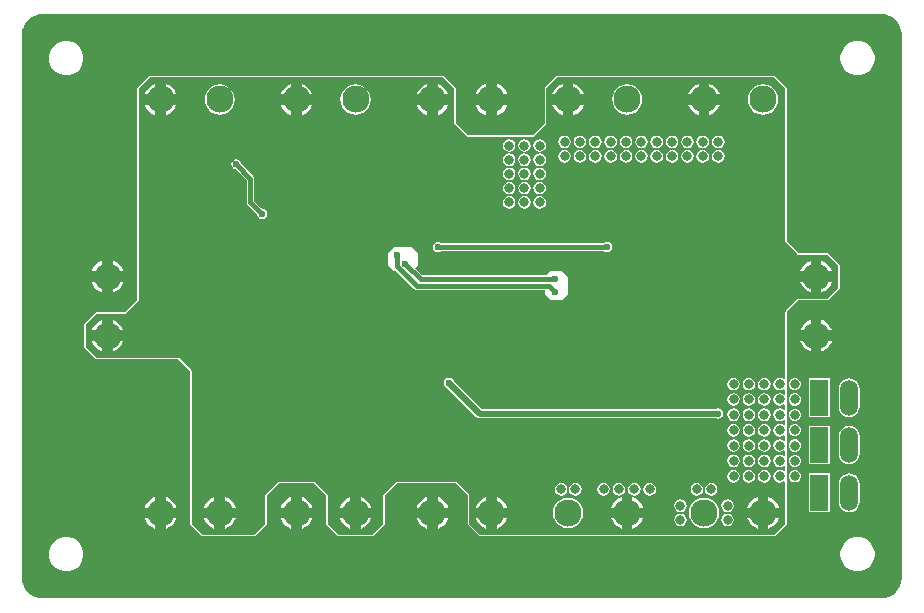
<source format=gbl>
G04*
G04 #@! TF.GenerationSoftware,Altium Limited,Altium Designer,21.9.2 (33)*
G04*
G04 Layer_Physical_Order=4*
G04 Layer_Color=16711680*
%FSLAX25Y25*%
%MOIN*%
G70*
G04*
G04 #@! TF.SameCoordinates,4B28BFC6-66F2-4CE6-BA62-AB5105B5E065*
G04*
G04*
G04 #@! TF.FilePolarity,Positive*
G04*
G01*
G75*
%ADD54C,0.02000*%
%ADD55C,0.01500*%
%ADD57R,0.05937X0.11874*%
%ADD58O,0.05937X0.11874*%
%ADD59C,0.09055*%
%ADD60C,0.03150*%
%ADD61C,0.02362*%
G36*
X288739Y195702D02*
X290026Y195311D01*
X291211Y194678D01*
X292250Y193825D01*
X293103Y192786D01*
X293737Y191601D01*
X294127Y190314D01*
X294258Y188985D01*
X294256Y188976D01*
Y7874D01*
X294258Y7865D01*
X294127Y6536D01*
X293737Y5250D01*
X293103Y4064D01*
X292250Y3025D01*
X291211Y2173D01*
X290026Y1539D01*
X288739Y1149D01*
X287410Y1018D01*
X287402Y1020D01*
X7874D01*
X7865Y1018D01*
X6536Y1149D01*
X5250Y1539D01*
X4064Y2173D01*
X3025Y3025D01*
X2173Y4064D01*
X1539Y5250D01*
X1149Y6536D01*
X1018Y7865D01*
X1020Y7874D01*
Y188976D01*
X1018Y188985D01*
X1149Y190314D01*
X1539Y191601D01*
X2173Y192786D01*
X3025Y193825D01*
X4064Y194678D01*
X5250Y195311D01*
X6536Y195702D01*
X7865Y195833D01*
X7874Y195831D01*
X287402D01*
X287410Y195833D01*
X288739Y195702D01*
D02*
G37*
%LPC*%
G36*
X280279Y186811D02*
X278776D01*
X277324Y186422D01*
X276022Y185670D01*
X274959Y184608D01*
X274208Y183306D01*
X273819Y181854D01*
Y180351D01*
X274208Y178899D01*
X274959Y177597D01*
X276022Y176534D01*
X277324Y175783D01*
X278776Y175394D01*
X280279D01*
X281731Y175783D01*
X283033Y176534D01*
X284096Y177597D01*
X284847Y178899D01*
X285236Y180351D01*
Y181854D01*
X284847Y183306D01*
X284096Y184608D01*
X283033Y185670D01*
X281731Y186422D01*
X280279Y186811D01*
D02*
G37*
G36*
X16500D02*
X14997D01*
X13545Y186422D01*
X12243Y185670D01*
X11180Y184608D01*
X10428Y183306D01*
X10039Y181854D01*
Y180351D01*
X10428Y178899D01*
X11180Y177597D01*
X12243Y176534D01*
X13545Y175783D01*
X14997Y175394D01*
X16500D01*
X17952Y175783D01*
X19253Y176534D01*
X20316Y177597D01*
X21068Y178899D01*
X21457Y180351D01*
Y181854D01*
X21068Y183306D01*
X20316Y184608D01*
X19253Y185670D01*
X17952Y186422D01*
X16500Y186811D01*
D02*
G37*
G36*
X159230Y172576D02*
Y169073D01*
X162734D01*
X162631Y169456D01*
X161904Y170717D01*
X160874Y171746D01*
X159614Y172474D01*
X159230Y172576D01*
D02*
G37*
G36*
X155730D02*
X155347Y172474D01*
X154086Y171746D01*
X153057Y170717D01*
X152329Y169456D01*
X152227Y169073D01*
X155730D01*
Y172576D01*
D02*
G37*
G36*
X162734Y165573D02*
X159230D01*
Y162069D01*
X159614Y162172D01*
X160874Y162900D01*
X161904Y163929D01*
X162631Y165189D01*
X162734Y165573D01*
D02*
G37*
G36*
X155730D02*
X152227D01*
X152329Y165189D01*
X153057Y163929D01*
X154086Y162900D01*
X155347Y162172D01*
X155730Y162069D01*
Y165573D01*
D02*
G37*
G36*
X251969Y175197D02*
X179134D01*
X175197Y171260D01*
Y159449D01*
X171260Y155512D01*
X149606D01*
X145669Y159449D01*
Y171260D01*
X141732Y175197D01*
X43307D01*
X39370Y171260D01*
Y100394D01*
X35433Y96457D01*
X25591D01*
X21654Y92520D01*
Y84646D01*
X25591Y80709D01*
X53150D01*
X57087Y76772D01*
Y44094D01*
Y25591D01*
X61024Y21654D01*
X78740D01*
X82677Y25591D01*
Y35433D01*
X86614Y39370D01*
X98425D01*
X102362Y35433D01*
Y25591D01*
X106299Y21654D01*
X118110D01*
X122047Y25591D01*
Y35433D01*
X125984Y39370D01*
X145669D01*
X149606Y35433D01*
Y25591D01*
X153543Y21654D01*
X251969D01*
X255906Y25591D01*
Y96457D01*
X259842Y100394D01*
X269685D01*
X273622Y104331D01*
Y112205D01*
X269685Y116142D01*
X259842D01*
X255906Y120079D01*
Y171260D01*
X251969Y175197D01*
D02*
G37*
G36*
X31278Y113521D02*
Y110018D01*
X34781D01*
X34678Y110401D01*
X33951Y111662D01*
X32922Y112691D01*
X31661Y113419D01*
X31278Y113521D01*
D02*
G37*
G36*
X27778D02*
X27394Y113419D01*
X26134Y112691D01*
X25104Y111662D01*
X24377Y110401D01*
X24274Y110018D01*
X27778D01*
Y113521D01*
D02*
G37*
G36*
X34781Y106518D02*
X31278D01*
Y103014D01*
X31661Y103117D01*
X32922Y103845D01*
X33951Y104874D01*
X34678Y106134D01*
X34781Y106518D01*
D02*
G37*
G36*
X27778D02*
X24274D01*
X24377Y106134D01*
X25104Y104874D01*
X26134Y103845D01*
X27394Y103117D01*
X27778Y103014D01*
Y106518D01*
D02*
G37*
G36*
X267498Y93836D02*
Y90333D01*
X271002D01*
X270899Y90716D01*
X270171Y91977D01*
X269142Y93006D01*
X267882Y93734D01*
X267498Y93836D01*
D02*
G37*
G36*
X263998Y93836D02*
X263615Y93734D01*
X262354Y93006D01*
X261325Y91977D01*
X260597Y90716D01*
X260494Y90333D01*
X263998D01*
Y93836D01*
D02*
G37*
G36*
X271002Y86833D02*
X267498D01*
Y83329D01*
X267882Y83432D01*
X269142Y84159D01*
X270171Y85189D01*
X270899Y86449D01*
X271002Y86833D01*
D02*
G37*
G36*
X263998D02*
X260494D01*
X260597Y86449D01*
X261325Y85189D01*
X262354Y84159D01*
X263615Y83432D01*
X263998Y83329D01*
Y86833D01*
D02*
G37*
G36*
X259074Y74516D02*
X258249D01*
X257486Y74200D01*
X256903Y73616D01*
X256587Y72854D01*
Y72028D01*
X256903Y71266D01*
X257486Y70682D01*
X258249Y70366D01*
X259074D01*
X259837Y70682D01*
X260420Y71266D01*
X260736Y72028D01*
Y72854D01*
X260420Y73616D01*
X259837Y74200D01*
X259074Y74516D01*
D02*
G37*
G36*
X259074Y69398D02*
X258249D01*
X257486Y69082D01*
X256903Y68498D01*
X256587Y67736D01*
Y66910D01*
X256903Y66148D01*
X257486Y65564D01*
X258249Y65248D01*
X259074D01*
X259837Y65564D01*
X260420Y66148D01*
X260736Y66910D01*
Y67736D01*
X260420Y68498D01*
X259837Y69082D01*
X259074Y69398D01*
D02*
G37*
G36*
X270201Y74350D02*
X263264D01*
Y61476D01*
X270201D01*
Y74350D01*
D02*
G37*
G36*
X276732Y74380D02*
X275827Y74261D01*
X274983Y73912D01*
X274258Y73356D01*
X273703Y72631D01*
X273353Y71787D01*
X273234Y70882D01*
Y64945D01*
X273353Y64039D01*
X273703Y63196D01*
X274258Y62471D01*
X274983Y61915D01*
X275827Y61566D01*
X276732Y61446D01*
X277638Y61566D01*
X278482Y61915D01*
X279206Y62471D01*
X279762Y63196D01*
X280112Y64039D01*
X280231Y64945D01*
Y70882D01*
X280112Y71787D01*
X279762Y72631D01*
X279206Y73356D01*
X278482Y73912D01*
X277638Y74261D01*
X276732Y74380D01*
D02*
G37*
G36*
X259074Y64280D02*
X258249D01*
X257486Y63964D01*
X256903Y63380D01*
X256587Y62617D01*
Y61792D01*
X256903Y61029D01*
X257486Y60446D01*
X258249Y60130D01*
X259074D01*
X259837Y60446D01*
X260420Y61029D01*
X260736Y61792D01*
Y62617D01*
X260420Y63380D01*
X259837Y63964D01*
X259074Y64280D01*
D02*
G37*
G36*
X259074Y59161D02*
X258249D01*
X257486Y58846D01*
X256903Y58262D01*
X256587Y57499D01*
Y56674D01*
X256903Y55911D01*
X257486Y55328D01*
X258249Y55012D01*
X259074D01*
X259837Y55328D01*
X260420Y55911D01*
X260736Y56674D01*
Y57499D01*
X260420Y58262D01*
X259837Y58846D01*
X259074Y59161D01*
D02*
G37*
G36*
X259074Y54043D02*
X258249D01*
X257486Y53727D01*
X256903Y53144D01*
X256587Y52381D01*
Y51556D01*
X256903Y50793D01*
X257486Y50210D01*
X258249Y49894D01*
X259074D01*
X259837Y50210D01*
X260420Y50793D01*
X260736Y51556D01*
Y52381D01*
X260420Y53144D01*
X259837Y53727D01*
X259074Y54043D01*
D02*
G37*
G36*
X270201Y58602D02*
X263264D01*
Y45728D01*
X270201D01*
Y58602D01*
D02*
G37*
G36*
X276732Y58632D02*
X275827Y58513D01*
X274983Y58164D01*
X274258Y57608D01*
X273703Y56883D01*
X273353Y56039D01*
X273234Y55134D01*
Y49197D01*
X273353Y48291D01*
X273703Y47448D01*
X274258Y46723D01*
X274983Y46167D01*
X275827Y45818D01*
X276732Y45698D01*
X277638Y45818D01*
X278482Y46167D01*
X279206Y46723D01*
X279762Y47448D01*
X280112Y48291D01*
X280231Y49197D01*
Y55134D01*
X280112Y56039D01*
X279762Y56883D01*
X279206Y57608D01*
X278482Y58164D01*
X277638Y58513D01*
X276732Y58632D01*
D02*
G37*
G36*
X259074Y48925D02*
X258249D01*
X257486Y48609D01*
X256903Y48026D01*
X256587Y47263D01*
Y46438D01*
X256903Y45675D01*
X257486Y45092D01*
X258249Y44776D01*
X259074D01*
X259837Y45092D01*
X260420Y45675D01*
X260736Y46438D01*
Y47263D01*
X260420Y48026D01*
X259837Y48609D01*
X259074Y48925D01*
D02*
G37*
G36*
X259074Y43807D02*
X258249D01*
X257486Y43491D01*
X256903Y42908D01*
X256587Y42145D01*
Y41320D01*
X256903Y40557D01*
X257486Y39973D01*
X258249Y39658D01*
X259074D01*
X259837Y39973D01*
X260420Y40557D01*
X260736Y41320D01*
Y42145D01*
X260420Y42908D01*
X259837Y43491D01*
X259074Y43807D01*
D02*
G37*
G36*
X139545Y34781D02*
Y31278D01*
X143049D01*
X142946Y31661D01*
X142218Y32922D01*
X141189Y33951D01*
X139929Y34678D01*
X139545Y34781D01*
D02*
G37*
G36*
X136045D02*
X135662Y34678D01*
X134401Y33951D01*
X133372Y32922D01*
X132644Y31661D01*
X132542Y31278D01*
X136045D01*
Y34781D01*
D02*
G37*
G36*
X94270D02*
Y31278D01*
X97773D01*
X97671Y31661D01*
X96943Y32922D01*
X95914Y33951D01*
X94653Y34678D01*
X94270Y34781D01*
D02*
G37*
G36*
X90770D02*
X90386Y34678D01*
X89126Y33951D01*
X88096Y32922D01*
X87369Y31661D01*
X87266Y31278D01*
X90770D01*
Y34781D01*
D02*
G37*
G36*
X48994D02*
Y31278D01*
X52498D01*
X52395Y31661D01*
X51667Y32922D01*
X50638Y33951D01*
X49378Y34678D01*
X48994Y34781D01*
D02*
G37*
G36*
X45494D02*
X45110Y34678D01*
X43850Y33951D01*
X42821Y32922D01*
X42093Y31661D01*
X41990Y31278D01*
X45494D01*
Y34781D01*
D02*
G37*
G36*
X270240Y42658D02*
X263303D01*
Y29783D01*
X270240D01*
Y42658D01*
D02*
G37*
G36*
X276772Y42687D02*
X275866Y42568D01*
X275022Y42219D01*
X274298Y41663D01*
X273742Y40938D01*
X273392Y40094D01*
X273273Y39189D01*
Y33252D01*
X273392Y32346D01*
X273742Y31503D01*
X274298Y30778D01*
X275022Y30222D01*
X275866Y29873D01*
X276772Y29754D01*
X277677Y29873D01*
X278521Y30222D01*
X279245Y30778D01*
X279801Y31503D01*
X280151Y32346D01*
X280270Y33252D01*
Y39189D01*
X280151Y40094D01*
X279801Y40938D01*
X279245Y41663D01*
X278521Y42219D01*
X277677Y42568D01*
X276772Y42687D01*
D02*
G37*
G36*
X143049Y27778D02*
X139545D01*
Y24274D01*
X139929Y24377D01*
X141189Y25104D01*
X142218Y26134D01*
X142946Y27394D01*
X143049Y27778D01*
D02*
G37*
G36*
X136045D02*
X132542D01*
X132644Y27394D01*
X133372Y26134D01*
X134401Y25104D01*
X135662Y24377D01*
X136045Y24274D01*
Y27778D01*
D02*
G37*
G36*
X97773D02*
X94270D01*
Y24274D01*
X94653Y24377D01*
X95914Y25104D01*
X96943Y26134D01*
X97671Y27394D01*
X97773Y27778D01*
D02*
G37*
G36*
X90770D02*
X87266D01*
X87369Y27394D01*
X88096Y26134D01*
X89126Y25104D01*
X90386Y24377D01*
X90770Y24274D01*
Y27778D01*
D02*
G37*
G36*
X52498D02*
X48994D01*
Y24274D01*
X49378Y24377D01*
X50638Y25104D01*
X51667Y26134D01*
X52395Y27394D01*
X52498Y27778D01*
D02*
G37*
G36*
X45494D02*
X41990D01*
X42093Y27394D01*
X42821Y26134D01*
X43850Y25104D01*
X45110Y24377D01*
X45494Y24274D01*
Y27778D01*
D02*
G37*
G36*
X280279Y21457D02*
X278776D01*
X277324Y21068D01*
X276022Y20316D01*
X274959Y19253D01*
X274208Y17952D01*
X273819Y16500D01*
Y14997D01*
X274208Y13545D01*
X274959Y12243D01*
X276022Y11180D01*
X277324Y10428D01*
X278776Y10039D01*
X280279D01*
X281731Y10428D01*
X283033Y11180D01*
X284096Y12243D01*
X284847Y13545D01*
X285236Y14997D01*
Y16500D01*
X284847Y17952D01*
X284096Y19253D01*
X283033Y20316D01*
X281731Y21068D01*
X280279Y21457D01*
D02*
G37*
G36*
X16500D02*
X14997D01*
X13545Y21068D01*
X12243Y20316D01*
X11180Y19253D01*
X10428Y17952D01*
X10039Y16500D01*
Y14997D01*
X10428Y13545D01*
X11180Y12243D01*
X12243Y11180D01*
X13545Y10428D01*
X14997Y10039D01*
X16500D01*
X17952Y10428D01*
X19253Y11180D01*
X20316Y12243D01*
X21068Y13545D01*
X21457Y14997D01*
Y16500D01*
X21068Y17952D01*
X20316Y19253D01*
X19253Y20316D01*
X17952Y21068D01*
X16500Y21457D01*
D02*
G37*
%LPD*%
G36*
X255364Y171036D02*
Y120079D01*
X255523Y119696D01*
X255523Y119696D01*
X259460Y115759D01*
X259842Y115601D01*
X259842Y115601D01*
X269461D01*
X273081Y111980D01*
Y104555D01*
X269461Y100935D01*
X259842D01*
X259460Y100776D01*
X259460Y100776D01*
X255523Y96839D01*
X255364Y96457D01*
X255364Y96457D01*
Y74282D01*
X254864Y74054D01*
X254353Y74395D01*
X253543Y74556D01*
X252734Y74395D01*
X252047Y73937D01*
X251589Y73251D01*
X251428Y72441D01*
X251589Y71631D01*
X252047Y70945D01*
X252734Y70486D01*
X253543Y70325D01*
X254353Y70486D01*
X254864Y70828D01*
X255364Y70600D01*
Y69164D01*
X254864Y68936D01*
X254353Y69277D01*
X253543Y69438D01*
X252734Y69277D01*
X252047Y68819D01*
X251589Y68132D01*
X251428Y67323D01*
X251589Y66513D01*
X252047Y65827D01*
X252734Y65368D01*
X253543Y65207D01*
X254353Y65368D01*
X254864Y65710D01*
X255364Y65482D01*
Y64046D01*
X254864Y63817D01*
X254353Y64159D01*
X253543Y64320D01*
X252734Y64159D01*
X252047Y63701D01*
X251589Y63014D01*
X251428Y62205D01*
X251589Y61395D01*
X252047Y60709D01*
X252734Y60250D01*
X253543Y60089D01*
X254353Y60250D01*
X254864Y60592D01*
X255364Y60364D01*
Y58927D01*
X254864Y58699D01*
X254353Y59041D01*
X253543Y59202D01*
X252734Y59041D01*
X252047Y58583D01*
X251589Y57896D01*
X251428Y57087D01*
X251589Y56277D01*
X252047Y55591D01*
X252734Y55132D01*
X253543Y54971D01*
X254353Y55132D01*
X254864Y55474D01*
X255364Y55246D01*
Y53809D01*
X254864Y53581D01*
X254353Y53923D01*
X253543Y54084D01*
X252734Y53923D01*
X252047Y53464D01*
X251589Y52778D01*
X251428Y51968D01*
X251589Y51159D01*
X252047Y50473D01*
X252734Y50014D01*
X253543Y49853D01*
X254353Y50014D01*
X254864Y50356D01*
X255364Y50128D01*
Y48691D01*
X254864Y48463D01*
X254353Y48805D01*
X253543Y48966D01*
X252734Y48805D01*
X252047Y48346D01*
X251589Y47660D01*
X251428Y46850D01*
X251589Y46041D01*
X252047Y45355D01*
X252734Y44896D01*
X253543Y44735D01*
X254353Y44896D01*
X254864Y45238D01*
X255364Y45010D01*
Y43573D01*
X254864Y43345D01*
X254353Y43687D01*
X253543Y43848D01*
X252734Y43687D01*
X252047Y43228D01*
X251589Y42542D01*
X251428Y41732D01*
X251589Y40923D01*
X252047Y40236D01*
X252734Y39778D01*
X253543Y39617D01*
X254353Y39778D01*
X254864Y40120D01*
X255364Y39892D01*
Y25815D01*
X251744Y22195D01*
X153768D01*
X150147Y25815D01*
Y35433D01*
X149989Y35816D01*
X149989Y35816D01*
X146052Y39753D01*
X145669Y39911D01*
X145669Y39911D01*
X125984D01*
X125602Y39753D01*
X125601Y39753D01*
X121665Y35816D01*
X121506Y35433D01*
X121506Y35433D01*
Y25815D01*
X117886Y22195D01*
X106523D01*
X102903Y25815D01*
Y35433D01*
X102903Y35433D01*
X102745Y35816D01*
X98808Y39753D01*
X98425Y39911D01*
X98425Y39911D01*
X86614D01*
X86614Y39911D01*
X86231Y39753D01*
X82294Y35816D01*
X82136Y35433D01*
X82136Y35433D01*
Y25815D01*
X78516Y22195D01*
X61248D01*
X57628Y25815D01*
Y44094D01*
Y76772D01*
X57469Y77154D01*
X57469Y77154D01*
X53532Y81091D01*
X53150Y81250D01*
X53150Y81250D01*
X25815D01*
X22195Y84870D01*
Y92295D01*
X25815Y95916D01*
X35433D01*
X35433Y95916D01*
X35816Y96074D01*
X39753Y100011D01*
X39911Y100394D01*
X39911Y100394D01*
Y171036D01*
X43531Y174656D01*
X141508D01*
X145128Y171036D01*
Y159449D01*
X145287Y159066D01*
X145287Y159066D01*
X149224Y155129D01*
X149606Y154971D01*
X149606Y154971D01*
X171260D01*
X171642Y155129D01*
X171642Y155129D01*
X175580Y159066D01*
X175738Y159449D01*
X175738Y159449D01*
Y171036D01*
X179358Y174656D01*
X251744D01*
X255364Y171036D01*
D02*
G37*
%LPC*%
G36*
X184821Y172581D02*
Y169073D01*
X188329D01*
X187899Y170110D01*
X187013Y171265D01*
X185859Y172151D01*
X184821Y172581D01*
D02*
G37*
G36*
X139545Y172581D02*
Y169073D01*
X143053D01*
X142624Y170110D01*
X141738Y171265D01*
X140583Y172151D01*
X139545Y172581D01*
D02*
G37*
G36*
X230097D02*
Y169073D01*
X233605D01*
X233175Y170110D01*
X232289Y171265D01*
X231134Y172151D01*
X230097Y172581D01*
D02*
G37*
G36*
X94270D02*
Y169073D01*
X97778D01*
X97348Y170110D01*
X96462Y171265D01*
X95307Y172151D01*
X94270Y172581D01*
D02*
G37*
G36*
X48994D02*
Y169073D01*
X52502D01*
X52072Y170110D01*
X51186Y171265D01*
X50032Y172151D01*
X48994Y172581D01*
D02*
G37*
G36*
X136045D02*
X135008Y172151D01*
X133853Y171265D01*
X132967Y170110D01*
X132537Y169073D01*
X136045D01*
Y172581D01*
D02*
G37*
G36*
X226596D02*
X225559Y172151D01*
X224404Y171265D01*
X223518Y170110D01*
X223088Y169073D01*
X226596D01*
Y172581D01*
D02*
G37*
G36*
X90770D02*
X89732Y172151D01*
X88577Y171265D01*
X87691Y170110D01*
X87262Y169073D01*
X90770D01*
Y172581D01*
D02*
G37*
G36*
X45494D02*
X44456Y172151D01*
X43302Y171265D01*
X42416Y170110D01*
X41986Y169073D01*
X45494D01*
Y172581D01*
D02*
G37*
G36*
X181321Y172581D02*
X180283Y172151D01*
X179129Y171265D01*
X178243Y170110D01*
X177813Y169073D01*
X181321D01*
Y172581D01*
D02*
G37*
G36*
X248031Y172394D02*
X246719Y172221D01*
X245496Y171714D01*
X244446Y170908D01*
X243640Y169858D01*
X243133Y168635D01*
X242961Y167323D01*
X243133Y166010D01*
X243640Y164787D01*
X244446Y163737D01*
X245496Y162931D01*
X246719Y162425D01*
X248031Y162252D01*
X249344Y162425D01*
X250567Y162931D01*
X251617Y163737D01*
X252423Y164787D01*
X252930Y166010D01*
X253102Y167323D01*
X252930Y168635D01*
X252423Y169858D01*
X251617Y170908D01*
X250567Y171714D01*
X249344Y172221D01*
X248031Y172394D01*
D02*
G37*
G36*
X202756D02*
X201444Y172221D01*
X200220Y171714D01*
X199170Y170908D01*
X198364Y169858D01*
X197858Y168635D01*
X197685Y167323D01*
X197858Y166010D01*
X198364Y164787D01*
X199170Y163737D01*
X200220Y162931D01*
X201444Y162425D01*
X202756Y162252D01*
X204068Y162425D01*
X205291Y162931D01*
X206342Y163737D01*
X207148Y164787D01*
X207654Y166010D01*
X207827Y167323D01*
X207654Y168635D01*
X207148Y169858D01*
X206342Y170908D01*
X205291Y171714D01*
X204068Y172221D01*
X202756Y172394D01*
D02*
G37*
G36*
X112205D02*
X110892Y172221D01*
X109669Y171714D01*
X108619Y170908D01*
X107813Y169858D01*
X107307Y168635D01*
X107134Y167323D01*
X107307Y166010D01*
X107813Y164787D01*
X108619Y163737D01*
X109669Y162931D01*
X110892Y162425D01*
X112205Y162252D01*
X113517Y162425D01*
X114740Y162931D01*
X115790Y163737D01*
X116596Y164787D01*
X117103Y166010D01*
X117276Y167323D01*
X117103Y168635D01*
X116596Y169858D01*
X115790Y170908D01*
X114740Y171714D01*
X113517Y172221D01*
X112205Y172394D01*
D02*
G37*
G36*
X66929D02*
X65617Y172221D01*
X64394Y171714D01*
X63343Y170908D01*
X62538Y169858D01*
X62031Y168635D01*
X61858Y167323D01*
X62031Y166010D01*
X62538Y164787D01*
X63343Y163737D01*
X64394Y162931D01*
X65617Y162425D01*
X66929Y162252D01*
X68242Y162425D01*
X69465Y162931D01*
X70515Y163737D01*
X71321Y164787D01*
X71827Y166010D01*
X72000Y167323D01*
X71827Y168635D01*
X71321Y169858D01*
X70515Y170908D01*
X69465Y171714D01*
X68242Y172221D01*
X66929Y172394D01*
D02*
G37*
G36*
X188329Y165573D02*
X184821D01*
Y162065D01*
X185859Y162495D01*
X187013Y163381D01*
X187899Y164535D01*
X188329Y165573D01*
D02*
G37*
G36*
X233605D02*
X230097D01*
Y162065D01*
X231134Y162495D01*
X232289Y163381D01*
X233175Y164535D01*
X233605Y165573D01*
D02*
G37*
G36*
X143053D02*
X139545D01*
Y162065D01*
X140583Y162495D01*
X141738Y163381D01*
X142624Y164535D01*
X143053Y165573D01*
D02*
G37*
G36*
X97778D02*
X94270D01*
Y162065D01*
X95307Y162495D01*
X96462Y163381D01*
X97348Y164535D01*
X97778Y165573D01*
D02*
G37*
G36*
X52502D02*
X48994D01*
Y162065D01*
X50032Y162495D01*
X51186Y163381D01*
X52072Y164535D01*
X52502Y165573D01*
D02*
G37*
G36*
X226596D02*
X223088D01*
X223518Y164535D01*
X224404Y163381D01*
X225559Y162495D01*
X226596Y162065D01*
Y165573D01*
D02*
G37*
G36*
X136045D02*
X132537D01*
X132967Y164535D01*
X133853Y163381D01*
X135008Y162495D01*
X136045Y162065D01*
Y165573D01*
D02*
G37*
G36*
X90770D02*
X87261D01*
X87691Y164535D01*
X88577Y163381D01*
X89732Y162495D01*
X90770Y162065D01*
Y165573D01*
D02*
G37*
G36*
X45494D02*
X41986D01*
X42416Y164535D01*
X43302Y163381D01*
X44456Y162495D01*
X45494Y162065D01*
Y165573D01*
D02*
G37*
G36*
X181321D02*
X177813D01*
X178243Y164535D01*
X179129Y163381D01*
X180283Y162495D01*
X181321Y162065D01*
Y165573D01*
D02*
G37*
G36*
X233071Y155265D02*
X232261Y155104D01*
X231575Y154646D01*
X231116Y153959D01*
X230955Y153150D01*
X231116Y152340D01*
X231575Y151654D01*
X232261Y151195D01*
X233071Y151034D01*
X233880Y151195D01*
X234567Y151654D01*
X235025Y152340D01*
X235186Y153150D01*
X235025Y153959D01*
X234567Y154646D01*
X233880Y155104D01*
X233071Y155265D01*
D02*
G37*
G36*
X227953D02*
X227143Y155104D01*
X226457Y154646D01*
X225998Y153959D01*
X225837Y153150D01*
X225998Y152340D01*
X226457Y151654D01*
X227143Y151195D01*
X227953Y151034D01*
X228762Y151195D01*
X229449Y151654D01*
X229907Y152340D01*
X230068Y153150D01*
X229907Y153959D01*
X229449Y154646D01*
X228762Y155104D01*
X227953Y155265D01*
D02*
G37*
G36*
X222835D02*
X222025Y155104D01*
X221339Y154646D01*
X220880Y153959D01*
X220719Y153150D01*
X220880Y152340D01*
X221339Y151654D01*
X222025Y151195D01*
X222835Y151034D01*
X223644Y151195D01*
X224330Y151654D01*
X224789Y152340D01*
X224950Y153150D01*
X224789Y153959D01*
X224330Y154646D01*
X223644Y155104D01*
X222835Y155265D01*
D02*
G37*
G36*
X217717D02*
X216907Y155104D01*
X216221Y154646D01*
X215762Y153959D01*
X215601Y153150D01*
X215762Y152340D01*
X216221Y151654D01*
X216907Y151195D01*
X217717Y151034D01*
X218526Y151195D01*
X219212Y151654D01*
X219671Y152340D01*
X219832Y153150D01*
X219671Y153959D01*
X219212Y154646D01*
X218526Y155104D01*
X217717Y155265D01*
D02*
G37*
G36*
X212598D02*
X211789Y155104D01*
X211103Y154646D01*
X210644Y153959D01*
X210483Y153150D01*
X210644Y152340D01*
X211103Y151654D01*
X211789Y151195D01*
X212598Y151034D01*
X213408Y151195D01*
X214094Y151654D01*
X214553Y152340D01*
X214714Y153150D01*
X214553Y153959D01*
X214094Y154646D01*
X213408Y155104D01*
X212598Y155265D01*
D02*
G37*
G36*
X207480D02*
X206671Y155104D01*
X205984Y154646D01*
X205526Y153959D01*
X205365Y153150D01*
X205526Y152340D01*
X205984Y151654D01*
X206671Y151195D01*
X207480Y151034D01*
X208290Y151195D01*
X208976Y151654D01*
X209435Y152340D01*
X209596Y153150D01*
X209435Y153959D01*
X208976Y154646D01*
X208290Y155104D01*
X207480Y155265D01*
D02*
G37*
G36*
X202362D02*
X201553Y155104D01*
X200866Y154646D01*
X200408Y153959D01*
X200247Y153150D01*
X200408Y152340D01*
X200866Y151654D01*
X201553Y151195D01*
X202362Y151034D01*
X203172Y151195D01*
X203858Y151654D01*
X204317Y152340D01*
X204478Y153150D01*
X204317Y153959D01*
X203858Y154646D01*
X203172Y155104D01*
X202362Y155265D01*
D02*
G37*
G36*
X197244D02*
X196434Y155104D01*
X195748Y154646D01*
X195290Y153959D01*
X195129Y153150D01*
X195290Y152340D01*
X195748Y151654D01*
X196434Y151195D01*
X197244Y151034D01*
X198054Y151195D01*
X198740Y151654D01*
X199198Y152340D01*
X199360Y153150D01*
X199198Y153959D01*
X198740Y154646D01*
X198054Y155104D01*
X197244Y155265D01*
D02*
G37*
G36*
X192126D02*
X191316Y155104D01*
X190630Y154646D01*
X190172Y153959D01*
X190010Y153150D01*
X190172Y152340D01*
X190630Y151654D01*
X191316Y151195D01*
X192126Y151034D01*
X192936Y151195D01*
X193622Y151654D01*
X194080Y152340D01*
X194241Y153150D01*
X194080Y153959D01*
X193622Y154646D01*
X192936Y155104D01*
X192126Y155265D01*
D02*
G37*
G36*
X187008D02*
X186198Y155104D01*
X185512Y154646D01*
X185054Y153959D01*
X184892Y153150D01*
X185054Y152340D01*
X185512Y151654D01*
X186198Y151195D01*
X187008Y151034D01*
X187817Y151195D01*
X188504Y151654D01*
X188962Y152340D01*
X189123Y153150D01*
X188962Y153959D01*
X188504Y154646D01*
X187817Y155104D01*
X187008Y155265D01*
D02*
G37*
G36*
X181890D02*
X181080Y155104D01*
X180394Y154646D01*
X179935Y153959D01*
X179774Y153150D01*
X179935Y152340D01*
X180394Y151654D01*
X181080Y151195D01*
X181890Y151034D01*
X182699Y151195D01*
X183386Y151654D01*
X183844Y152340D01*
X184005Y153150D01*
X183844Y153959D01*
X183386Y154646D01*
X182699Y155104D01*
X181890Y155265D01*
D02*
G37*
G36*
X173622Y154084D02*
X172812Y153923D01*
X172126Y153464D01*
X171668Y152778D01*
X171507Y151969D01*
X171668Y151159D01*
X172126Y150473D01*
X172812Y150014D01*
X173622Y149853D01*
X174432Y150014D01*
X175118Y150473D01*
X175576Y151159D01*
X175738Y151969D01*
X175576Y152778D01*
X175118Y153464D01*
X174432Y153923D01*
X173622Y154084D01*
D02*
G37*
G36*
X168504D02*
X167694Y153923D01*
X167008Y153464D01*
X166550Y152778D01*
X166388Y151969D01*
X166550Y151159D01*
X167008Y150473D01*
X167694Y150014D01*
X168504Y149853D01*
X169314Y150014D01*
X170000Y150473D01*
X170458Y151159D01*
X170619Y151969D01*
X170458Y152778D01*
X170000Y153464D01*
X169314Y153923D01*
X168504Y154084D01*
D02*
G37*
G36*
X163386D02*
X162576Y153923D01*
X161890Y153464D01*
X161431Y152778D01*
X161270Y151969D01*
X161431Y151159D01*
X161890Y150473D01*
X162576Y150014D01*
X163386Y149853D01*
X164195Y150014D01*
X164882Y150473D01*
X165340Y151159D01*
X165501Y151969D01*
X165340Y152778D01*
X164882Y153464D01*
X164195Y153923D01*
X163386Y154084D01*
D02*
G37*
G36*
X233071Y150541D02*
X232261Y150380D01*
X231575Y149921D01*
X231116Y149235D01*
X230955Y148425D01*
X231116Y147616D01*
X231575Y146929D01*
X232261Y146471D01*
X233071Y146310D01*
X233880Y146471D01*
X234567Y146929D01*
X235025Y147616D01*
X235186Y148425D01*
X235025Y149235D01*
X234567Y149921D01*
X233880Y150380D01*
X233071Y150541D01*
D02*
G37*
G36*
X227953D02*
X227143Y150380D01*
X226457Y149921D01*
X225998Y149235D01*
X225837Y148425D01*
X225998Y147616D01*
X226457Y146929D01*
X227143Y146471D01*
X227953Y146310D01*
X228762Y146471D01*
X229449Y146929D01*
X229907Y147616D01*
X230068Y148425D01*
X229907Y149235D01*
X229449Y149921D01*
X228762Y150380D01*
X227953Y150541D01*
D02*
G37*
G36*
X222835D02*
X222025Y150380D01*
X221339Y149921D01*
X220880Y149235D01*
X220719Y148425D01*
X220880Y147616D01*
X221339Y146929D01*
X222025Y146471D01*
X222835Y146310D01*
X223644Y146471D01*
X224330Y146929D01*
X224789Y147616D01*
X224950Y148425D01*
X224789Y149235D01*
X224330Y149921D01*
X223644Y150380D01*
X222835Y150541D01*
D02*
G37*
G36*
X217717D02*
X216907Y150380D01*
X216221Y149921D01*
X215762Y149235D01*
X215601Y148425D01*
X215762Y147616D01*
X216221Y146929D01*
X216907Y146471D01*
X217717Y146310D01*
X218526Y146471D01*
X219212Y146929D01*
X219671Y147616D01*
X219832Y148425D01*
X219671Y149235D01*
X219212Y149921D01*
X218526Y150380D01*
X217717Y150541D01*
D02*
G37*
G36*
X212598D02*
X211789Y150380D01*
X211103Y149921D01*
X210644Y149235D01*
X210483Y148425D01*
X210644Y147616D01*
X211103Y146929D01*
X211789Y146471D01*
X212598Y146310D01*
X213408Y146471D01*
X214094Y146929D01*
X214553Y147616D01*
X214714Y148425D01*
X214553Y149235D01*
X214094Y149921D01*
X213408Y150380D01*
X212598Y150541D01*
D02*
G37*
G36*
X207480D02*
X206671Y150380D01*
X205984Y149921D01*
X205526Y149235D01*
X205365Y148425D01*
X205526Y147616D01*
X205984Y146929D01*
X206671Y146471D01*
X207480Y146310D01*
X208290Y146471D01*
X208976Y146929D01*
X209435Y147616D01*
X209596Y148425D01*
X209435Y149235D01*
X208976Y149921D01*
X208290Y150380D01*
X207480Y150541D01*
D02*
G37*
G36*
X202362D02*
X201553Y150380D01*
X200866Y149921D01*
X200408Y149235D01*
X200247Y148425D01*
X200408Y147616D01*
X200866Y146929D01*
X201553Y146471D01*
X202362Y146310D01*
X203172Y146471D01*
X203858Y146929D01*
X204317Y147616D01*
X204478Y148425D01*
X204317Y149235D01*
X203858Y149921D01*
X203172Y150380D01*
X202362Y150541D01*
D02*
G37*
G36*
X197244D02*
X196435Y150380D01*
X195748Y149921D01*
X195290Y149235D01*
X195129Y148425D01*
X195290Y147616D01*
X195748Y146929D01*
X196435Y146471D01*
X197244Y146310D01*
X198054Y146471D01*
X198740Y146929D01*
X199198Y147616D01*
X199360Y148425D01*
X199198Y149235D01*
X198740Y149921D01*
X198054Y150380D01*
X197244Y150541D01*
D02*
G37*
G36*
X192126D02*
X191316Y150380D01*
X190630Y149921D01*
X190172Y149235D01*
X190011Y148425D01*
X190172Y147616D01*
X190630Y146929D01*
X191316Y146471D01*
X192126Y146310D01*
X192936Y146471D01*
X193622Y146929D01*
X194080Y147616D01*
X194241Y148425D01*
X194080Y149235D01*
X193622Y149921D01*
X192936Y150380D01*
X192126Y150541D01*
D02*
G37*
G36*
X187008D02*
X186198Y150380D01*
X185512Y149921D01*
X185054Y149235D01*
X184892Y148425D01*
X185054Y147616D01*
X185512Y146929D01*
X186198Y146471D01*
X187008Y146310D01*
X187818Y146471D01*
X188504Y146929D01*
X188962Y147616D01*
X189123Y148425D01*
X188962Y149235D01*
X188504Y149921D01*
X187818Y150380D01*
X187008Y150541D01*
D02*
G37*
G36*
X181890D02*
X181080Y150380D01*
X180394Y149921D01*
X179935Y149235D01*
X179774Y148425D01*
X179935Y147616D01*
X180394Y146929D01*
X181080Y146471D01*
X181890Y146310D01*
X182699Y146471D01*
X183386Y146929D01*
X183844Y147616D01*
X184005Y148425D01*
X183844Y149235D01*
X183386Y149921D01*
X182699Y150380D01*
X181890Y150541D01*
D02*
G37*
G36*
X173622Y149360D02*
X172812Y149198D01*
X172126Y148740D01*
X171668Y148054D01*
X171507Y147244D01*
X171668Y146434D01*
X172126Y145748D01*
X172812Y145290D01*
X173622Y145129D01*
X174432Y145290D01*
X175118Y145748D01*
X175576Y146434D01*
X175738Y147244D01*
X175576Y148054D01*
X175118Y148740D01*
X174432Y149198D01*
X173622Y149360D01*
D02*
G37*
G36*
X168504D02*
X167694Y149198D01*
X167008Y148740D01*
X166550Y148054D01*
X166388Y147244D01*
X166550Y146434D01*
X167008Y145748D01*
X167694Y145290D01*
X168504Y145129D01*
X169314Y145290D01*
X170000Y145748D01*
X170458Y146434D01*
X170619Y147244D01*
X170458Y148054D01*
X170000Y148740D01*
X169314Y149198D01*
X168504Y149360D01*
D02*
G37*
G36*
X163386D02*
X162576Y149198D01*
X161890Y148740D01*
X161431Y148054D01*
X161270Y147244D01*
X161431Y146434D01*
X161890Y145748D01*
X162576Y145290D01*
X163386Y145129D01*
X164195Y145290D01*
X164882Y145748D01*
X165340Y146434D01*
X165501Y147244D01*
X165340Y148054D01*
X164882Y148740D01*
X164195Y149198D01*
X163386Y149360D01*
D02*
G37*
G36*
X173622Y144635D02*
X172812Y144474D01*
X172126Y144016D01*
X171668Y143329D01*
X171507Y142520D01*
X171668Y141710D01*
X172126Y141024D01*
X172812Y140565D01*
X173622Y140404D01*
X174432Y140565D01*
X175118Y141024D01*
X175576Y141710D01*
X175738Y142520D01*
X175576Y143329D01*
X175118Y144016D01*
X174432Y144474D01*
X173622Y144635D01*
D02*
G37*
G36*
X168504D02*
X167694Y144474D01*
X167008Y144016D01*
X166550Y143329D01*
X166388Y142520D01*
X166550Y141710D01*
X167008Y141024D01*
X167694Y140565D01*
X168504Y140404D01*
X169314Y140565D01*
X170000Y141024D01*
X170458Y141710D01*
X170619Y142520D01*
X170458Y143329D01*
X170000Y144016D01*
X169314Y144474D01*
X168504Y144635D01*
D02*
G37*
G36*
X163386D02*
X162576Y144474D01*
X161890Y144016D01*
X161431Y143329D01*
X161270Y142520D01*
X161431Y141710D01*
X161890Y141024D01*
X162576Y140565D01*
X163386Y140404D01*
X164195Y140565D01*
X164882Y141024D01*
X165340Y141710D01*
X165501Y142520D01*
X165340Y143329D01*
X164882Y144016D01*
X164195Y144474D01*
X163386Y144635D01*
D02*
G37*
G36*
X173622Y139911D02*
X172812Y139750D01*
X172126Y139291D01*
X171668Y138605D01*
X171507Y137795D01*
X171668Y136986D01*
X172126Y136299D01*
X172812Y135841D01*
X173622Y135680D01*
X174432Y135841D01*
X175118Y136299D01*
X175576Y136986D01*
X175738Y137795D01*
X175576Y138605D01*
X175118Y139291D01*
X174432Y139750D01*
X173622Y139911D01*
D02*
G37*
G36*
X168504D02*
X167694Y139750D01*
X167008Y139291D01*
X166550Y138605D01*
X166388Y137795D01*
X166550Y136986D01*
X167008Y136299D01*
X167694Y135841D01*
X168504Y135680D01*
X169314Y135841D01*
X170000Y136299D01*
X170458Y136986D01*
X170619Y137795D01*
X170458Y138605D01*
X170000Y139291D01*
X169314Y139750D01*
X168504Y139911D01*
D02*
G37*
G36*
X163386D02*
X162576Y139750D01*
X161890Y139291D01*
X161431Y138605D01*
X161270Y137795D01*
X161431Y136986D01*
X161890Y136299D01*
X162576Y135841D01*
X163386Y135680D01*
X164195Y135841D01*
X164882Y136299D01*
X165340Y136986D01*
X165501Y137795D01*
X165340Y138605D01*
X164882Y139291D01*
X164195Y139750D01*
X163386Y139911D01*
D02*
G37*
G36*
X173622Y135186D02*
X172812Y135025D01*
X172126Y134567D01*
X171668Y133880D01*
X171507Y133071D01*
X171668Y132261D01*
X172126Y131575D01*
X172812Y131116D01*
X173622Y130955D01*
X174432Y131116D01*
X175118Y131575D01*
X175576Y132261D01*
X175738Y133071D01*
X175576Y133880D01*
X175118Y134567D01*
X174432Y135025D01*
X173622Y135186D01*
D02*
G37*
G36*
X168504D02*
X167694Y135025D01*
X167008Y134567D01*
X166550Y133880D01*
X166388Y133071D01*
X166550Y132261D01*
X167008Y131575D01*
X167694Y131116D01*
X168504Y130955D01*
X169314Y131116D01*
X170000Y131575D01*
X170458Y132261D01*
X170619Y133071D01*
X170458Y133880D01*
X170000Y134567D01*
X169314Y135025D01*
X168504Y135186D01*
D02*
G37*
G36*
X163386D02*
X162576Y135025D01*
X161890Y134567D01*
X161431Y133880D01*
X161270Y133071D01*
X161431Y132261D01*
X161890Y131575D01*
X162576Y131116D01*
X163386Y130955D01*
X164195Y131116D01*
X164882Y131575D01*
X165340Y132261D01*
X165501Y133071D01*
X165340Y133880D01*
X164882Y134567D01*
X164195Y135025D01*
X163386Y135186D01*
D02*
G37*
G36*
X72441Y147383D02*
X71785Y147253D01*
X71229Y146881D01*
X70857Y146325D01*
X70727Y145669D01*
X70857Y145013D01*
X71229Y144457D01*
X71785Y144086D01*
X72245Y143994D01*
X72593Y143690D01*
X72676Y143608D01*
X72716Y143592D01*
X75891Y140417D01*
Y133071D01*
X75988Y132583D01*
X76264Y132170D01*
X79023Y129411D01*
X79039Y129372D01*
X79211Y129195D01*
X79334Y129060D01*
X79412Y128965D01*
X79422Y128952D01*
X79422Y128952D01*
X79422Y128951D01*
X79424Y128948D01*
X79426Y128946D01*
X79519Y128478D01*
X79890Y127922D01*
X80446Y127550D01*
X81102Y127420D01*
X81758Y127550D01*
X82314Y127922D01*
X82686Y128478D01*
X82816Y129134D01*
X82686Y129790D01*
X82314Y130346D01*
X81758Y130717D01*
X81299Y130809D01*
X80950Y131113D01*
X80867Y131195D01*
X80827Y131212D01*
X78440Y133599D01*
Y140945D01*
X78343Y141433D01*
X78066Y141846D01*
X74520Y145392D01*
X74505Y145431D01*
X74332Y145608D01*
X74209Y145743D01*
X74131Y145838D01*
X74121Y145851D01*
X74121Y145852D01*
X74121Y145852D01*
X74119Y145855D01*
X74118Y145857D01*
X74024Y146325D01*
X73653Y146881D01*
X73097Y147253D01*
X72441Y147383D01*
D02*
G37*
G36*
X195974Y119913D02*
X195318Y119782D01*
X194857Y119474D01*
X194433Y119447D01*
X194315Y119446D01*
X194304Y119441D01*
X194292Y119445D01*
X194258Y119429D01*
X141389D01*
X141349Y119446D01*
X141221Y119446D01*
X140916Y119455D01*
X140792Y119465D01*
X140769Y119469D01*
X140766Y119470D01*
X140764Y119469D01*
X140751Y119472D01*
X140420Y119694D01*
X139764Y119824D01*
X139108Y119694D01*
X138552Y119322D01*
X138180Y118766D01*
X138050Y118110D01*
X138180Y117454D01*
X138552Y116898D01*
X139108Y116527D01*
X139764Y116396D01*
X140420Y116527D01*
X140882Y116835D01*
X141305Y116863D01*
X141423Y116863D01*
X141434Y116868D01*
X141446Y116864D01*
X141480Y116880D01*
X194349D01*
X194389Y116863D01*
X194517Y116863D01*
X194823Y116854D01*
X194947Y116844D01*
X194969Y116840D01*
X194972Y116840D01*
X194974Y116840D01*
X194987Y116837D01*
X195318Y116615D01*
X195974Y116485D01*
X196630Y116615D01*
X197186Y116987D01*
X197558Y117543D01*
X197688Y118199D01*
X197558Y118855D01*
X197186Y119411D01*
X196630Y119782D01*
X195974Y119913D01*
D02*
G37*
G36*
X267498Y113526D02*
Y110018D01*
X271006D01*
X270576Y111055D01*
X269690Y112210D01*
X268536Y113096D01*
X267498Y113526D01*
D02*
G37*
G36*
X263998Y113526D02*
X262960Y113096D01*
X261806Y112210D01*
X260920Y111055D01*
X260490Y110018D01*
X263998D01*
Y113526D01*
D02*
G37*
G36*
X271006Y106518D02*
X267498D01*
Y103010D01*
X268536Y103439D01*
X269690Y104325D01*
X270576Y105480D01*
X271006Y106518D01*
D02*
G37*
G36*
X263998D02*
X260490D01*
X260920Y105480D01*
X261806Y104325D01*
X262960Y103439D01*
X263998Y103010D01*
Y106518D01*
D02*
G37*
G36*
X125000Y118110D02*
X123031Y116142D01*
Y112205D01*
X125000Y110236D01*
X125757D01*
X131776Y104217D01*
X132189Y103941D01*
X132677Y103844D01*
X175197D01*
Y102362D01*
X177165Y100394D01*
X181102D01*
X183071Y102362D01*
X183071Y108268D01*
X181102Y110236D01*
X177165D01*
X175684Y108755D01*
X134386D01*
X131905Y111236D01*
X132874Y112205D01*
Y116142D01*
X130906Y118110D01*
X125000Y118110D01*
D02*
G37*
G36*
X31278Y93841D02*
Y90333D01*
X34786D01*
X34356Y91370D01*
X33470Y92525D01*
X32315Y93411D01*
X31278Y93841D01*
D02*
G37*
G36*
X27778D02*
X26740Y93411D01*
X25585Y92525D01*
X24699Y91370D01*
X24269Y90333D01*
X27778D01*
Y93841D01*
D02*
G37*
G36*
X34786Y86833D02*
X31278D01*
Y83325D01*
X32315Y83754D01*
X33470Y84640D01*
X34356Y85795D01*
X34786Y86833D01*
D02*
G37*
G36*
X27778D02*
X24269D01*
X24699Y85795D01*
X25585Y84640D01*
X26740Y83754D01*
X27778Y83325D01*
Y86833D01*
D02*
G37*
G36*
X248425Y74556D02*
X247616Y74395D01*
X246929Y73937D01*
X246471Y73251D01*
X246310Y72441D01*
X246471Y71631D01*
X246929Y70945D01*
X247616Y70486D01*
X248425Y70325D01*
X249235Y70486D01*
X249921Y70945D01*
X250380Y71631D01*
X250541Y72441D01*
X250380Y73251D01*
X249921Y73937D01*
X249235Y74395D01*
X248425Y74556D01*
D02*
G37*
G36*
X243307D02*
X242497Y74395D01*
X241811Y73937D01*
X241353Y73251D01*
X241192Y72441D01*
X241353Y71631D01*
X241811Y70945D01*
X242497Y70486D01*
X243307Y70325D01*
X244117Y70486D01*
X244803Y70945D01*
X245262Y71631D01*
X245423Y72441D01*
X245262Y73251D01*
X244803Y73937D01*
X244117Y74395D01*
X243307Y74556D01*
D02*
G37*
G36*
X238189D02*
X237379Y74395D01*
X236693Y73937D01*
X236235Y73251D01*
X236073Y72441D01*
X236235Y71631D01*
X236693Y70945D01*
X237379Y70486D01*
X238189Y70325D01*
X238999Y70486D01*
X239685Y70945D01*
X240143Y71631D01*
X240304Y72441D01*
X240143Y73251D01*
X239685Y73937D01*
X238999Y74395D01*
X238189Y74556D01*
D02*
G37*
G36*
X248425Y69438D02*
X247616Y69277D01*
X246929Y68819D01*
X246471Y68132D01*
X246310Y67323D01*
X246471Y66513D01*
X246929Y65827D01*
X247616Y65368D01*
X248425Y65207D01*
X249235Y65368D01*
X249921Y65827D01*
X250380Y66513D01*
X250541Y67323D01*
X250380Y68132D01*
X249921Y68819D01*
X249235Y69277D01*
X248425Y69438D01*
D02*
G37*
G36*
X243307D02*
X242497Y69277D01*
X241811Y68819D01*
X241353Y68132D01*
X241192Y67323D01*
X241353Y66513D01*
X241811Y65827D01*
X242497Y65368D01*
X243307Y65207D01*
X244117Y65368D01*
X244803Y65827D01*
X245262Y66513D01*
X245423Y67323D01*
X245262Y68132D01*
X244803Y68819D01*
X244117Y69277D01*
X243307Y69438D01*
D02*
G37*
G36*
X238189D02*
X237379Y69277D01*
X236693Y68819D01*
X236235Y68132D01*
X236073Y67323D01*
X236235Y66513D01*
X236693Y65827D01*
X237379Y65368D01*
X238189Y65207D01*
X238999Y65368D01*
X239685Y65827D01*
X240143Y66513D01*
X240304Y67323D01*
X240143Y68132D01*
X239685Y68819D01*
X238999Y69277D01*
X238189Y69438D01*
D02*
G37*
G36*
X143307Y74549D02*
X142651Y74418D01*
X142095Y74047D01*
X141724Y73491D01*
X141593Y72835D01*
X141724Y72179D01*
X142095Y71623D01*
X142651Y71251D01*
X142747Y71232D01*
X152462Y61517D01*
X152958Y61185D01*
X153543Y61069D01*
X232334D01*
X232415Y61015D01*
X233071Y60884D01*
X233727Y61015D01*
X234283Y61386D01*
X234654Y61942D01*
X234785Y62598D01*
X234654Y63254D01*
X234283Y63810D01*
X233727Y64182D01*
X233071Y64312D01*
X232415Y64182D01*
X232334Y64128D01*
X154177D01*
X144910Y73395D01*
X144891Y73491D01*
X144519Y74047D01*
X143963Y74418D01*
X143307Y74549D01*
D02*
G37*
G36*
X248425Y64320D02*
X247616Y64159D01*
X246929Y63701D01*
X246471Y63014D01*
X246310Y62205D01*
X246471Y61395D01*
X246929Y60709D01*
X247616Y60250D01*
X248425Y60089D01*
X249235Y60250D01*
X249921Y60709D01*
X250380Y61395D01*
X250541Y62205D01*
X250380Y63014D01*
X249921Y63701D01*
X249235Y64159D01*
X248425Y64320D01*
D02*
G37*
G36*
X243307D02*
X242497Y64159D01*
X241811Y63701D01*
X241353Y63014D01*
X241192Y62205D01*
X241353Y61395D01*
X241811Y60709D01*
X242497Y60250D01*
X243307Y60089D01*
X244117Y60250D01*
X244803Y60709D01*
X245262Y61395D01*
X245423Y62205D01*
X245262Y63014D01*
X244803Y63701D01*
X244117Y64159D01*
X243307Y64320D01*
D02*
G37*
G36*
X238189D02*
X237379Y64159D01*
X236693Y63701D01*
X236235Y63014D01*
X236073Y62205D01*
X236235Y61395D01*
X236693Y60709D01*
X237379Y60250D01*
X238189Y60089D01*
X238999Y60250D01*
X239685Y60709D01*
X240143Y61395D01*
X240304Y62205D01*
X240143Y63014D01*
X239685Y63701D01*
X238999Y64159D01*
X238189Y64320D01*
D02*
G37*
G36*
X248425Y59202D02*
X247616Y59041D01*
X246929Y58583D01*
X246471Y57896D01*
X246310Y57087D01*
X246471Y56277D01*
X246929Y55591D01*
X247616Y55132D01*
X248425Y54971D01*
X249235Y55132D01*
X249921Y55591D01*
X250380Y56277D01*
X250541Y57087D01*
X250380Y57896D01*
X249921Y58583D01*
X249235Y59041D01*
X248425Y59202D01*
D02*
G37*
G36*
X243307D02*
X242497Y59041D01*
X241811Y58583D01*
X241353Y57896D01*
X241192Y57087D01*
X241353Y56277D01*
X241811Y55591D01*
X242497Y55132D01*
X243307Y54971D01*
X244117Y55132D01*
X244803Y55591D01*
X245262Y56277D01*
X245423Y57087D01*
X245262Y57896D01*
X244803Y58583D01*
X244117Y59041D01*
X243307Y59202D01*
D02*
G37*
G36*
X238189D02*
X237379Y59041D01*
X236693Y58583D01*
X236235Y57896D01*
X236073Y57087D01*
X236235Y56277D01*
X236693Y55591D01*
X237379Y55132D01*
X238189Y54971D01*
X238999Y55132D01*
X239685Y55591D01*
X240143Y56277D01*
X240304Y57087D01*
X240143Y57896D01*
X239685Y58583D01*
X238999Y59041D01*
X238189Y59202D01*
D02*
G37*
G36*
X248425Y54084D02*
X247616Y53923D01*
X246929Y53464D01*
X246471Y52778D01*
X246310Y51968D01*
X246471Y51159D01*
X246929Y50473D01*
X247616Y50014D01*
X248425Y49853D01*
X249235Y50014D01*
X249921Y50473D01*
X250380Y51159D01*
X250541Y51968D01*
X250380Y52778D01*
X249921Y53464D01*
X249235Y53923D01*
X248425Y54084D01*
D02*
G37*
G36*
X243307D02*
X242497Y53923D01*
X241811Y53464D01*
X241353Y52778D01*
X241192Y51968D01*
X241353Y51159D01*
X241811Y50473D01*
X242497Y50014D01*
X243307Y49853D01*
X244117Y50014D01*
X244803Y50473D01*
X245262Y51159D01*
X245423Y51968D01*
X245262Y52778D01*
X244803Y53464D01*
X244117Y53923D01*
X243307Y54084D01*
D02*
G37*
G36*
X238189D02*
X237379Y53923D01*
X236693Y53464D01*
X236234Y52778D01*
X236073Y51968D01*
X236234Y51159D01*
X236693Y50473D01*
X237379Y50014D01*
X238189Y49853D01*
X238999Y50014D01*
X239685Y50473D01*
X240143Y51159D01*
X240304Y51968D01*
X240143Y52778D01*
X239685Y53464D01*
X238999Y53923D01*
X238189Y54084D01*
D02*
G37*
G36*
X248425Y48966D02*
X247616Y48805D01*
X246929Y48346D01*
X246471Y47660D01*
X246310Y46850D01*
X246471Y46041D01*
X246929Y45355D01*
X247616Y44896D01*
X248425Y44735D01*
X249235Y44896D01*
X249921Y45355D01*
X250380Y46041D01*
X250541Y46850D01*
X250380Y47660D01*
X249921Y48346D01*
X249235Y48805D01*
X248425Y48966D01*
D02*
G37*
G36*
X243307D02*
X242497Y48805D01*
X241811Y48346D01*
X241353Y47660D01*
X241192Y46850D01*
X241353Y46041D01*
X241811Y45355D01*
X242497Y44896D01*
X243307Y44735D01*
X244117Y44896D01*
X244803Y45355D01*
X245262Y46041D01*
X245423Y46850D01*
X245262Y47660D01*
X244803Y48346D01*
X244117Y48805D01*
X243307Y48966D01*
D02*
G37*
G36*
X238189D02*
X237379Y48805D01*
X236693Y48346D01*
X236235Y47660D01*
X236073Y46850D01*
X236235Y46041D01*
X236693Y45355D01*
X237379Y44896D01*
X238189Y44735D01*
X238999Y44896D01*
X239685Y45355D01*
X240143Y46041D01*
X240304Y46850D01*
X240143Y47660D01*
X239685Y48346D01*
X238999Y48805D01*
X238189Y48966D01*
D02*
G37*
G36*
X248425Y43848D02*
X247616Y43687D01*
X246929Y43228D01*
X246471Y42542D01*
X246310Y41732D01*
X246471Y40923D01*
X246929Y40236D01*
X247616Y39778D01*
X248425Y39617D01*
X249235Y39778D01*
X249921Y40236D01*
X250380Y40923D01*
X250541Y41732D01*
X250380Y42542D01*
X249921Y43228D01*
X249235Y43687D01*
X248425Y43848D01*
D02*
G37*
G36*
X243307D02*
X242497Y43687D01*
X241811Y43228D01*
X241353Y42542D01*
X241192Y41732D01*
X241353Y40923D01*
X241811Y40236D01*
X242497Y39778D01*
X243307Y39617D01*
X244117Y39778D01*
X244803Y40236D01*
X245262Y40923D01*
X245423Y41732D01*
X245262Y42542D01*
X244803Y43228D01*
X244117Y43687D01*
X243307Y43848D01*
D02*
G37*
G36*
X238189D02*
X237379Y43687D01*
X236693Y43228D01*
X236234Y42542D01*
X236073Y41732D01*
X236234Y40923D01*
X236693Y40236D01*
X237379Y39778D01*
X238189Y39617D01*
X238999Y39778D01*
X239685Y40236D01*
X240143Y40923D01*
X240304Y41732D01*
X240143Y42542D01*
X239685Y43228D01*
X238999Y43687D01*
X238189Y43848D01*
D02*
G37*
G36*
X210236Y39517D02*
X209427Y39356D01*
X208740Y38897D01*
X208282Y38211D01*
X208121Y37402D01*
X208282Y36592D01*
X208740Y35906D01*
X209427Y35447D01*
X210236Y35286D01*
X211046Y35447D01*
X211732Y35906D01*
X212191Y36592D01*
X212352Y37402D01*
X212191Y38211D01*
X211732Y38897D01*
X211046Y39356D01*
X210236Y39517D01*
D02*
G37*
G36*
X230709Y39517D02*
X229899Y39356D01*
X229213Y38897D01*
X228754Y38211D01*
X228593Y37402D01*
X228754Y36592D01*
X229213Y35906D01*
X229899Y35447D01*
X230709Y35286D01*
X231518Y35447D01*
X232205Y35906D01*
X232663Y36592D01*
X232824Y37402D01*
X232663Y38211D01*
X232205Y38897D01*
X231518Y39356D01*
X230709Y39517D01*
D02*
G37*
G36*
X225984D02*
X225175Y39356D01*
X224488Y38897D01*
X224030Y38211D01*
X223869Y37402D01*
X224030Y36592D01*
X224488Y35906D01*
X225175Y35447D01*
X225984Y35286D01*
X226794Y35447D01*
X227480Y35906D01*
X227939Y36592D01*
X228100Y37402D01*
X227939Y38211D01*
X227480Y38897D01*
X226794Y39356D01*
X225984Y39517D01*
D02*
G37*
G36*
X205118D02*
X204309Y39356D01*
X203622Y38897D01*
X203164Y38211D01*
X203003Y37402D01*
X203164Y36592D01*
X203622Y35906D01*
X204309Y35447D01*
X205118Y35286D01*
X205928Y35447D01*
X206614Y35906D01*
X207073Y36592D01*
X207234Y37402D01*
X207073Y38211D01*
X206614Y38897D01*
X205928Y39356D01*
X205118Y39517D01*
D02*
G37*
G36*
X200000D02*
X199190Y39356D01*
X198504Y38897D01*
X198046Y38211D01*
X197885Y37402D01*
X198046Y36592D01*
X198504Y35906D01*
X199190Y35447D01*
X200000Y35286D01*
X200810Y35447D01*
X201496Y35906D01*
X201954Y36592D01*
X202116Y37402D01*
X201954Y38211D01*
X201496Y38897D01*
X200810Y39356D01*
X200000Y39517D01*
D02*
G37*
G36*
X194882D02*
X194072Y39356D01*
X193386Y38897D01*
X192928Y38211D01*
X192766Y37402D01*
X192928Y36592D01*
X193386Y35906D01*
X194072Y35447D01*
X194882Y35286D01*
X195692Y35447D01*
X196378Y35906D01*
X196836Y36592D01*
X196997Y37402D01*
X196836Y38211D01*
X196378Y38897D01*
X195692Y39356D01*
X194882Y39517D01*
D02*
G37*
G36*
X185433D02*
X184624Y39356D01*
X183937Y38897D01*
X183479Y38211D01*
X183318Y37402D01*
X183479Y36592D01*
X183937Y35906D01*
X184624Y35447D01*
X185433Y35286D01*
X186243Y35447D01*
X186929Y35906D01*
X187388Y36592D01*
X187548Y37402D01*
X187388Y38211D01*
X186929Y38897D01*
X186243Y39356D01*
X185433Y39517D01*
D02*
G37*
G36*
X180709D02*
X179899Y39356D01*
X179213Y38897D01*
X178754Y38211D01*
X178593Y37402D01*
X178754Y36592D01*
X179213Y35906D01*
X179899Y35447D01*
X180709Y35286D01*
X181518Y35447D01*
X182204Y35906D01*
X182663Y36592D01*
X182824Y37402D01*
X182663Y38211D01*
X182204Y38897D01*
X181518Y39356D01*
X180709Y39517D01*
D02*
G37*
G36*
X249781Y34786D02*
Y31278D01*
X253290D01*
X252860Y32315D01*
X251974Y33470D01*
X250819Y34356D01*
X249781Y34786D01*
D02*
G37*
G36*
X246282D02*
X245244Y34356D01*
X244089Y33470D01*
X243203Y32315D01*
X242773Y31278D01*
X246282D01*
Y34786D01*
D02*
G37*
G36*
X204506D02*
Y31278D01*
X208014D01*
X207584Y32315D01*
X206698Y33470D01*
X205543Y34356D01*
X204506Y34786D01*
D02*
G37*
G36*
X201006D02*
X199968Y34356D01*
X198814Y33470D01*
X197928Y32315D01*
X197498Y31278D01*
X201006D01*
Y34786D01*
D02*
G37*
G36*
X159230D02*
Y31278D01*
X162738D01*
X162309Y32315D01*
X161423Y33470D01*
X160268Y34356D01*
X159230Y34786D01*
D02*
G37*
G36*
X155730D02*
X154693Y34356D01*
X153538Y33470D01*
X152652Y32315D01*
X152222Y31278D01*
X155730D01*
Y34786D01*
D02*
G37*
G36*
X113955D02*
Y31278D01*
X117463D01*
X117033Y32315D01*
X116147Y33470D01*
X114992Y34356D01*
X113955Y34786D01*
D02*
G37*
G36*
X110455D02*
X109417Y34356D01*
X108262Y33470D01*
X107376Y32315D01*
X106947Y31278D01*
X110455D01*
Y34786D01*
D02*
G37*
G36*
X68679D02*
Y31278D01*
X72187D01*
X71757Y32315D01*
X70871Y33470D01*
X69717Y34356D01*
X68679Y34786D01*
D02*
G37*
G36*
X65179D02*
X64141Y34356D01*
X62987Y33470D01*
X62101Y32315D01*
X61671Y31278D01*
X65179D01*
Y34786D01*
D02*
G37*
G36*
X220472Y34005D02*
X219663Y33844D01*
X218977Y33386D01*
X218518Y32699D01*
X218357Y31890D01*
X218518Y31080D01*
X218977Y30394D01*
X219663Y29935D01*
X220472Y29774D01*
X221282Y29935D01*
X221968Y30394D01*
X222427Y31080D01*
X222588Y31890D01*
X222427Y32699D01*
X221968Y33386D01*
X221282Y33844D01*
X220472Y34005D01*
D02*
G37*
G36*
X236221Y34005D02*
X235411Y33844D01*
X234725Y33386D01*
X234266Y32699D01*
X234105Y31890D01*
X234266Y31080D01*
X234725Y30394D01*
X235411Y29935D01*
X236221Y29774D01*
X237030Y29935D01*
X237716Y30394D01*
X238175Y31080D01*
X238336Y31890D01*
X238175Y32699D01*
X237716Y33386D01*
X237030Y33844D01*
X236221Y34005D01*
D02*
G37*
G36*
X220472Y29281D02*
X219663Y29120D01*
X218977Y28661D01*
X218518Y27975D01*
X218357Y27165D01*
X218518Y26356D01*
X218977Y25670D01*
X219663Y25211D01*
X220472Y25050D01*
X221282Y25211D01*
X221968Y25670D01*
X222427Y26356D01*
X222588Y27165D01*
X222427Y27975D01*
X221968Y28661D01*
X221282Y29120D01*
X220472Y29281D01*
D02*
G37*
G36*
X236221Y29281D02*
X235411Y29120D01*
X234725Y28661D01*
X234266Y27975D01*
X234105Y27165D01*
X234266Y26356D01*
X234725Y25670D01*
X235411Y25211D01*
X236221Y25050D01*
X237030Y25211D01*
X237716Y25670D01*
X238175Y26356D01*
X238336Y27165D01*
X238175Y27975D01*
X237716Y28661D01*
X237030Y29120D01*
X236221Y29281D01*
D02*
G37*
G36*
X228346Y34598D02*
X227034Y34426D01*
X225811Y33919D01*
X224761Y33113D01*
X223955Y32063D01*
X223448Y30840D01*
X223275Y29528D01*
X223448Y28215D01*
X223955Y26992D01*
X224761Y25942D01*
X225811Y25136D01*
X227034Y24629D01*
X228346Y24457D01*
X229659Y24629D01*
X230882Y25136D01*
X231932Y25942D01*
X232738Y26992D01*
X233245Y28215D01*
X233417Y29528D01*
X233245Y30840D01*
X232738Y32063D01*
X231932Y33113D01*
X230882Y33919D01*
X229659Y34426D01*
X228346Y34598D01*
D02*
G37*
G36*
X183071D02*
X181758Y34426D01*
X180535Y33919D01*
X179485Y33113D01*
X178679Y32063D01*
X178173Y30840D01*
X178000Y29528D01*
X178173Y28215D01*
X178679Y26992D01*
X179485Y25942D01*
X180535Y25136D01*
X181758Y24629D01*
X183071Y24457D01*
X184383Y24629D01*
X185606Y25136D01*
X186657Y25942D01*
X187462Y26992D01*
X187969Y28215D01*
X188142Y29528D01*
X187969Y30840D01*
X187462Y32063D01*
X186657Y33113D01*
X185606Y33919D01*
X184383Y34426D01*
X183071Y34598D01*
D02*
G37*
G36*
X253290Y27778D02*
X249781D01*
Y24269D01*
X250819Y24699D01*
X251974Y25585D01*
X252860Y26740D01*
X253290Y27778D01*
D02*
G37*
G36*
X246282D02*
X242773D01*
X243203Y26740D01*
X244089Y25585D01*
X245244Y24699D01*
X246282Y24269D01*
Y27778D01*
D02*
G37*
G36*
X208014D02*
X204506D01*
Y24269D01*
X205543Y24699D01*
X206698Y25585D01*
X207584Y26740D01*
X208014Y27778D01*
D02*
G37*
G36*
X201006D02*
X197498D01*
X197928Y26740D01*
X198814Y25585D01*
X199968Y24699D01*
X201006Y24269D01*
Y27778D01*
D02*
G37*
G36*
X162738D02*
X159230D01*
Y24269D01*
X160268Y24699D01*
X161423Y25585D01*
X162309Y26740D01*
X162738Y27778D01*
D02*
G37*
G36*
X155730D02*
X152222D01*
X152652Y26740D01*
X153538Y25585D01*
X154693Y24699D01*
X155730Y24269D01*
Y27778D01*
D02*
G37*
G36*
X117463D02*
X113955D01*
Y24269D01*
X114992Y24699D01*
X116147Y25585D01*
X117033Y26740D01*
X117463Y27778D01*
D02*
G37*
G36*
X110455D02*
X106947D01*
X107376Y26740D01*
X108262Y25585D01*
X109417Y24699D01*
X110455Y24269D01*
Y27778D01*
D02*
G37*
G36*
X72187D02*
X68679D01*
Y24269D01*
X69717Y24699D01*
X70871Y25585D01*
X71757Y26740D01*
X72187Y27778D01*
D02*
G37*
G36*
X65179D02*
X61671D01*
X62101Y26740D01*
X62987Y25585D01*
X64141Y24699D01*
X65179Y24269D01*
Y27778D01*
D02*
G37*
%LPD*%
G36*
X73627Y145632D02*
X73642Y145599D01*
X73666Y145558D01*
X73701Y145509D01*
X73800Y145388D01*
X73939Y145236D01*
X74117Y145053D01*
X73057Y143993D01*
X72961Y144087D01*
X72552Y144444D01*
X72511Y144469D01*
X72478Y144483D01*
X72453Y144488D01*
X73622Y145658D01*
X73627Y145632D01*
D02*
G37*
G36*
X80582Y130716D02*
X80991Y130359D01*
X81032Y130334D01*
X81065Y130320D01*
X81090Y130315D01*
X79921Y129146D01*
X79917Y129171D01*
X79902Y129204D01*
X79877Y129245D01*
X79843Y129294D01*
X79743Y129415D01*
X79605Y129567D01*
X79426Y129750D01*
X80486Y130810D01*
X80582Y130716D01*
D02*
G37*
G36*
X195162Y117341D02*
X195143Y117353D01*
X195110Y117364D01*
X195065Y117373D01*
X195007Y117382D01*
X194853Y117394D01*
X194526Y117404D01*
X194392Y117404D01*
X194319Y118904D01*
X194453Y118905D01*
X194937Y118937D01*
X194996Y118948D01*
X195043Y118961D01*
X195078Y118976D01*
X195100Y118993D01*
X195162Y117341D01*
D02*
G37*
G36*
X140595Y118956D02*
X140628Y118945D01*
X140673Y118936D01*
X140731Y118927D01*
X140885Y118915D01*
X141212Y118905D01*
X141347Y118904D01*
X141419Y117404D01*
X141286Y117404D01*
X140802Y117373D01*
X140742Y117361D01*
X140695Y117348D01*
X140660Y117333D01*
X140638Y117316D01*
X140576Y118968D01*
X140595Y118956D01*
D02*
G37*
G36*
X126796Y114489D02*
X126783Y114456D01*
X126772Y114409D01*
X126762Y114350D01*
X126746Y114195D01*
X126737Y113989D01*
X126734Y113733D01*
X125234D01*
X125233Y113867D01*
X125197Y114409D01*
X125185Y114456D01*
X125172Y114489D01*
X125157Y114511D01*
X126811D01*
X126796Y114489D01*
D02*
G37*
G36*
X129926Y112561D02*
X129941Y112528D01*
X129965Y112487D01*
X130000Y112438D01*
X130099Y112318D01*
X130238Y112166D01*
X130417Y111983D01*
X129356Y110922D01*
X129261Y111016D01*
X128851Y111373D01*
X128811Y111398D01*
X128777Y111413D01*
X128752Y111417D01*
X129921Y112587D01*
X129926Y112561D01*
D02*
G37*
G36*
X177897Y106653D02*
X177875Y106668D01*
X177841Y106681D01*
X177795Y106693D01*
X177736Y106703D01*
X177581Y106718D01*
X177375Y106727D01*
X177119Y106730D01*
Y108230D01*
X177253Y108231D01*
X177795Y108268D01*
X177841Y108279D01*
X177875Y108292D01*
X177897Y108307D01*
Y106653D01*
D02*
G37*
G36*
X178220Y104732D02*
X178629Y104375D01*
X178670Y104350D01*
X178703Y104335D01*
X178728Y104331D01*
X177559Y103161D01*
X177554Y103187D01*
X177540Y103220D01*
X177515Y103261D01*
X177480Y103310D01*
X177381Y103430D01*
X177242Y103583D01*
X177064Y103766D01*
X178124Y104826D01*
X178220Y104732D01*
D02*
G37*
D54*
X153543Y62598D02*
X233071D01*
X143307Y72835D02*
X153543Y62598D01*
D55*
X139764Y118110D02*
X139808Y118155D01*
X195930D01*
X195974Y118199D01*
X77165Y133071D02*
Y140945D01*
Y133071D02*
X81102Y129134D01*
X72441Y145669D02*
X77165Y140945D01*
X125984Y111811D02*
X132677Y105118D01*
X176772D01*
X125984Y111811D02*
Y115354D01*
X128740Y112598D02*
X133858Y107480D01*
X178740D01*
X176772Y105118D02*
X178740Y103150D01*
D57*
X266732Y67913D02*
D03*
Y52165D02*
D03*
X266772Y36220D02*
D03*
D58*
X276732Y67913D02*
D03*
Y52165D02*
D03*
X276772Y36220D02*
D03*
D59*
X66929Y29528D02*
D03*
X47244D02*
D03*
X29528Y88583D02*
D03*
Y108268D02*
D03*
X137795Y167323D02*
D03*
X157480D02*
D03*
Y29528D02*
D03*
X137795D02*
D03*
X265748Y108268D02*
D03*
Y88583D02*
D03*
X112205Y29528D02*
D03*
X92520D02*
D03*
X202756D02*
D03*
X183071D02*
D03*
X248031D02*
D03*
X228346D02*
D03*
X47244Y167323D02*
D03*
X66929D02*
D03*
X92520D02*
D03*
X112205D02*
D03*
X183071D02*
D03*
X202756D02*
D03*
X228346D02*
D03*
X248031D02*
D03*
D60*
X54331Y47244D02*
D03*
X43307D02*
D03*
X126772Y41732D02*
D03*
X79528D02*
D03*
X109843Y129921D02*
D03*
X105905D02*
D03*
X101969D02*
D03*
X105905Y125984D02*
D03*
X285827Y190551D02*
D03*
Y168504D02*
D03*
Y157480D02*
D03*
Y146457D02*
D03*
Y135433D02*
D03*
Y124409D02*
D03*
Y69291D02*
D03*
Y47244D02*
D03*
Y36220D02*
D03*
Y25197D02*
D03*
X274803Y190551D02*
D03*
Y168504D02*
D03*
Y157480D02*
D03*
Y146457D02*
D03*
Y135433D02*
D03*
Y124409D02*
D03*
Y113386D02*
D03*
Y102362D02*
D03*
Y91338D02*
D03*
Y80315D02*
D03*
X263779Y190551D02*
D03*
Y179527D02*
D03*
Y168504D02*
D03*
Y157480D02*
D03*
Y146457D02*
D03*
Y135433D02*
D03*
Y124409D02*
D03*
Y80315D02*
D03*
Y14173D02*
D03*
X252756Y190551D02*
D03*
Y179527D02*
D03*
Y14173D02*
D03*
X241732Y190551D02*
D03*
Y179527D02*
D03*
Y14173D02*
D03*
X230709Y179527D02*
D03*
Y14173D02*
D03*
X219685Y179527D02*
D03*
Y14173D02*
D03*
X208661Y190551D02*
D03*
Y179527D02*
D03*
Y14173D02*
D03*
X197638Y190551D02*
D03*
Y179527D02*
D03*
Y14173D02*
D03*
X186614Y179527D02*
D03*
Y14173D02*
D03*
X175591Y179527D02*
D03*
Y14173D02*
D03*
X164567Y179527D02*
D03*
Y168504D02*
D03*
Y14173D02*
D03*
X153543Y179527D02*
D03*
Y157480D02*
D03*
Y14173D02*
D03*
X142520Y179527D02*
D03*
Y36220D02*
D03*
Y14173D02*
D03*
X131496Y190551D02*
D03*
Y179527D02*
D03*
Y36220D02*
D03*
Y25197D02*
D03*
Y14173D02*
D03*
X120472Y190551D02*
D03*
Y179527D02*
D03*
Y14173D02*
D03*
X109449Y179527D02*
D03*
Y14173D02*
D03*
X98425Y190551D02*
D03*
Y179527D02*
D03*
Y36220D02*
D03*
Y25197D02*
D03*
Y14173D02*
D03*
X87401Y179527D02*
D03*
Y36220D02*
D03*
Y14173D02*
D03*
X76378Y190551D02*
D03*
Y14173D02*
D03*
X65354Y179527D02*
D03*
Y14173D02*
D03*
X54331Y190551D02*
D03*
Y179527D02*
D03*
Y69291D02*
D03*
Y58268D02*
D03*
Y36220D02*
D03*
Y25197D02*
D03*
Y14173D02*
D03*
X43307Y179527D02*
D03*
Y36220D02*
D03*
Y14173D02*
D03*
X32283Y190551D02*
D03*
Y179527D02*
D03*
Y168504D02*
D03*
Y157480D02*
D03*
Y146457D02*
D03*
Y135433D02*
D03*
Y124409D02*
D03*
Y69291D02*
D03*
Y58268D02*
D03*
Y47244D02*
D03*
Y36220D02*
D03*
Y25197D02*
D03*
Y14173D02*
D03*
X21260Y190551D02*
D03*
Y168504D02*
D03*
Y157480D02*
D03*
Y146457D02*
D03*
Y135433D02*
D03*
Y124409D02*
D03*
Y113386D02*
D03*
Y102362D02*
D03*
Y80315D02*
D03*
Y69291D02*
D03*
Y36220D02*
D03*
Y25197D02*
D03*
X10236Y190551D02*
D03*
Y168504D02*
D03*
Y157480D02*
D03*
Y146457D02*
D03*
Y135433D02*
D03*
Y124409D02*
D03*
Y69291D02*
D03*
Y36220D02*
D03*
Y25197D02*
D03*
X249606Y155118D02*
D03*
Y145669D02*
D03*
Y136221D02*
D03*
Y126772D02*
D03*
Y88976D02*
D03*
Y79528D02*
D03*
X240158Y164567D02*
D03*
Y117323D02*
D03*
X230709D02*
D03*
X221260D02*
D03*
X211811D02*
D03*
X202362D02*
D03*
X192913Y51181D02*
D03*
X183465D02*
D03*
X164567Y41732D02*
D03*
X155118D02*
D03*
X145669D02*
D03*
X136221Y117323D02*
D03*
Y41732D02*
D03*
X126772Y155118D02*
D03*
X117323D02*
D03*
Y41732D02*
D03*
X107874Y155118D02*
D03*
Y41732D02*
D03*
X98425D02*
D03*
X88976D02*
D03*
X79528Y155118D02*
D03*
Y79528D02*
D03*
X70079Y155118D02*
D03*
Y41732D02*
D03*
X60630D02*
D03*
X51181Y155118D02*
D03*
Y145669D02*
D03*
Y136221D02*
D03*
Y126772D02*
D03*
Y117323D02*
D03*
Y107874D02*
D03*
Y98425D02*
D03*
Y88976D02*
D03*
X41732Y155118D02*
D03*
Y145669D02*
D03*
Y136221D02*
D03*
Y126772D02*
D03*
Y117323D02*
D03*
Y107874D02*
D03*
Y98425D02*
D03*
X236221Y27165D02*
D03*
Y31890D02*
D03*
X238189Y72441D02*
D03*
X238189Y67323D02*
D03*
X243307Y72441D02*
D03*
X243307Y67323D02*
D03*
X248425Y72441D02*
D03*
X248425Y67323D02*
D03*
X253543Y72441D02*
D03*
X253543Y67323D02*
D03*
X258661Y72441D02*
D03*
X258661Y67323D02*
D03*
X258661Y62205D02*
D03*
X253543Y62205D02*
D03*
X248425Y62205D02*
D03*
X243307D02*
D03*
X238189D02*
D03*
X238189Y57087D02*
D03*
X243307D02*
D03*
X248425D02*
D03*
X253543Y57087D02*
D03*
X258661Y57087D02*
D03*
X258661Y51968D02*
D03*
X253543Y51968D02*
D03*
X248425Y51968D02*
D03*
X243307D02*
D03*
X238189D02*
D03*
Y41732D02*
D03*
X238189Y46850D02*
D03*
X243307D02*
D03*
X243307Y41732D02*
D03*
X248425Y46850D02*
D03*
X248425Y41732D02*
D03*
X253543Y46850D02*
D03*
X253543Y41732D02*
D03*
X258661Y46850D02*
D03*
X258661Y41732D02*
D03*
X194488Y95669D02*
D03*
X177953D02*
D03*
X62205Y37795D02*
D03*
X71653D02*
D03*
X66929D02*
D03*
X75197Y24803D02*
D03*
Y34252D02*
D03*
Y29528D02*
D03*
X165748D02*
D03*
Y34252D02*
D03*
Y24803D02*
D03*
X157480Y37795D02*
D03*
X162205D02*
D03*
X152756D02*
D03*
X220472Y31890D02*
D03*
Y27165D02*
D03*
Y169685D02*
D03*
Y164961D02*
D03*
X225984Y159449D02*
D03*
X230709D02*
D03*
X236221Y169685D02*
D03*
Y164961D02*
D03*
X180709Y159449D02*
D03*
X185433D02*
D03*
X190945Y169685D02*
D03*
Y164961D02*
D03*
X163386Y151969D02*
D03*
X168504D02*
D03*
X173622D02*
D03*
X217717Y153150D02*
D03*
X212598D02*
D03*
X100394Y164961D02*
D03*
Y169685D02*
D03*
X94882Y159449D02*
D03*
X90158D02*
D03*
X84646Y164961D02*
D03*
Y169685D02*
D03*
X55118Y169685D02*
D03*
Y164961D02*
D03*
X49606Y159449D02*
D03*
X44882D02*
D03*
X200000Y37402D02*
D03*
X205118D02*
D03*
X210236Y37402D02*
D03*
X194882Y37402D02*
D03*
X114567D02*
D03*
X109843D02*
D03*
X185433D02*
D03*
X180709D02*
D03*
X225984D02*
D03*
X230709D02*
D03*
X227165Y45669D02*
D03*
X219291D02*
D03*
X211417D02*
D03*
X181890Y153150D02*
D03*
X187008D02*
D03*
X192126D02*
D03*
X197244D02*
D03*
X202362D02*
D03*
X207480D02*
D03*
X222835D02*
D03*
X227953D02*
D03*
X192126Y58661D02*
D03*
X188189Y57087D02*
D03*
X181890Y148425D02*
D03*
X233071D02*
D03*
Y153150D02*
D03*
X227953Y148425D02*
D03*
X222835D02*
D03*
X217717D02*
D03*
X202362D02*
D03*
X207480D02*
D03*
X212598D02*
D03*
X197244D02*
D03*
X192126D02*
D03*
X187008D02*
D03*
X173622Y142520D02*
D03*
Y137795D02*
D03*
Y133071D02*
D03*
X173622Y147244D02*
D03*
X168504D02*
D03*
X168504Y133071D02*
D03*
Y137795D02*
D03*
Y142520D02*
D03*
X163386Y147244D02*
D03*
X163386Y133071D02*
D03*
Y137795D02*
D03*
Y142520D02*
D03*
X101969Y122047D02*
D03*
X105905D02*
D03*
X109843D02*
D03*
Y125984D02*
D03*
Y118110D02*
D03*
X101969Y125984D02*
D03*
Y118110D02*
D03*
X105905D02*
D03*
X142520Y159055D02*
D03*
X129528Y172047D02*
D03*
X133071Y159055D02*
D03*
X129528Y162598D02*
D03*
Y167323D02*
D03*
X137795Y159055D02*
D03*
X205512Y50000D02*
D03*
X257087Y108268D02*
D03*
Y103543D02*
D03*
X252362Y108268D02*
D03*
Y103543D02*
D03*
X257087Y112992D02*
D03*
X252362D02*
D03*
X192126Y90158D02*
D03*
Y82284D02*
D03*
Y74410D02*
D03*
Y66535D02*
D03*
X188189Y86614D02*
D03*
Y76772D02*
D03*
Y66929D02*
D03*
X72441Y79921D02*
D03*
X42913Y83858D02*
D03*
X61417Y79921D02*
D03*
X38189Y83858D02*
D03*
X42913Y93307D02*
D03*
Y88583D02*
D03*
X38189Y93307D02*
D03*
Y88583D02*
D03*
D61*
X139764Y118110D02*
D03*
X233071Y62598D02*
D03*
X195974Y118199D02*
D03*
X81102Y129134D02*
D03*
X129921Y71260D02*
D03*
Y78740D02*
D03*
X72441Y145669D02*
D03*
X143307Y72835D02*
D03*
X128740Y112598D02*
D03*
X125984Y115354D02*
D03*
X178740Y107480D02*
D03*
Y103150D02*
D03*
M02*

</source>
